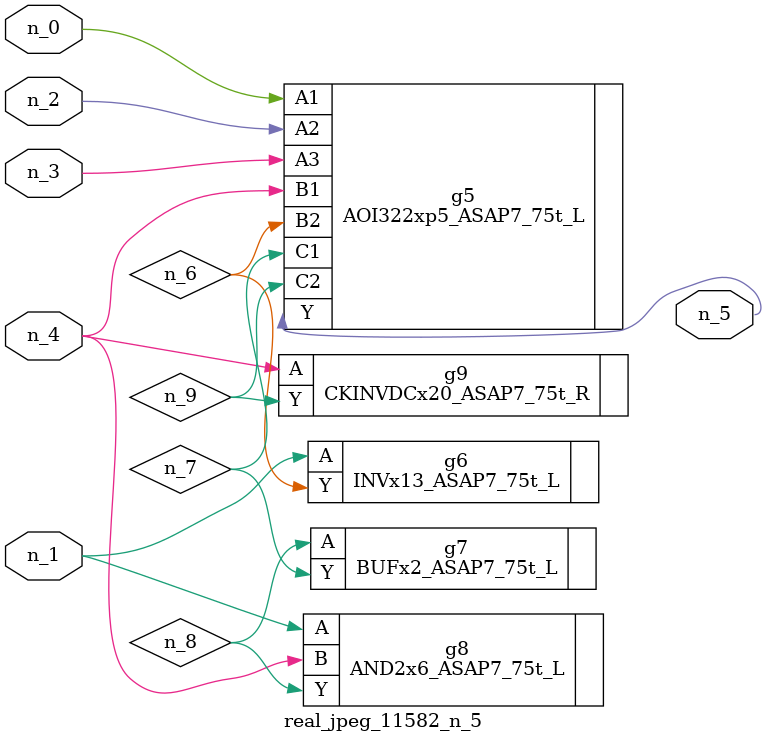
<source format=v>
module real_jpeg_11582_n_5 (n_4, n_0, n_1, n_2, n_3, n_5);

input n_4;
input n_0;
input n_1;
input n_2;
input n_3;

output n_5;

wire n_8;
wire n_6;
wire n_7;
wire n_9;

AOI322xp5_ASAP7_75t_L g5 ( 
.A1(n_0),
.A2(n_2),
.A3(n_3),
.B1(n_4),
.B2(n_6),
.C1(n_7),
.C2(n_9),
.Y(n_5)
);

INVx13_ASAP7_75t_L g6 ( 
.A(n_1),
.Y(n_6)
);

AND2x6_ASAP7_75t_L g8 ( 
.A(n_1),
.B(n_4),
.Y(n_8)
);

CKINVDCx20_ASAP7_75t_R g9 ( 
.A(n_4),
.Y(n_9)
);

BUFx2_ASAP7_75t_L g7 ( 
.A(n_8),
.Y(n_7)
);


endmodule
</source>
